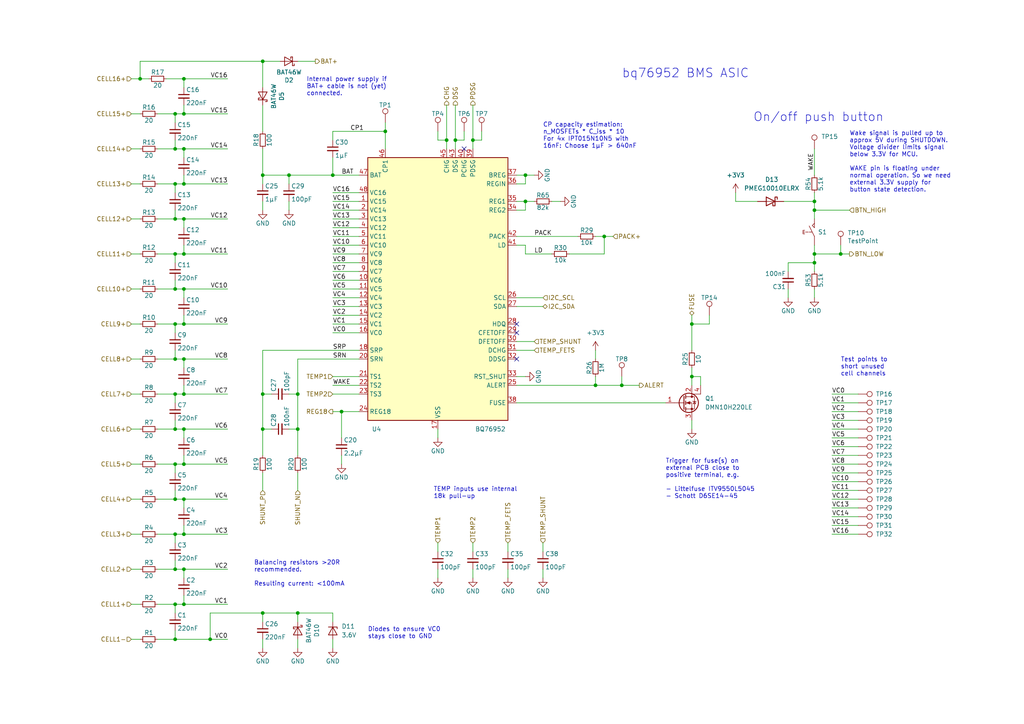
<source format=kicad_sch>
(kicad_sch (version 20230121) (generator eeschema)
  (paper "A4")
  (title_block (title "Libre Solar BMS C1") (date "2023-11-03") (rev "0.4.0") (company "Libre Solar Technologies GmbH") (comment 1 "Website: https://libre.solar") (comment 2 "Author: Martin Jäger") (comment 3 "License: CERN-OHL-W"))
  (junction (at 152.4 58.42))
  (junction (at 76.2 177.8))
  (junction (at 53.34 22.86) (diameter 0.9144))
  (junction (at 50.8 53.34) (diameter 0.9144))
  (junction (at 53.34 134.62) (diameter 0.9144))
  (junction (at 50.8 93.98) (diameter 0.9144))
  (junction (at 50.8 63.5) (diameter 0.9144))
  (junction (at 53.34 83.82) (diameter 0.9144))
  (junction (at 152.4 50.8))
  (junction (at 50.8 114.3) (diameter 0.9144))
  (junction (at 50.8 185.42) (diameter 0.9144))
  (junction (at 50.8 124.46) (diameter 0.9144))
  (junction (at 60.96 185.42) (diameter 0.9144))
  (junction (at 129.54 40.64))
  (junction (at 76.2 50.8) (diameter 0.9144))
  (junction (at 86.36 124.46) (diameter 0.9144))
  (junction (at 76.2 17.78))
  (junction (at 53.34 93.98) (diameter 0.9144))
  (junction (at 76.2 124.46) (diameter 0.9144))
  (junction (at 53.34 104.14) (diameter 0.9144))
  (junction (at 180.34 111.76))
  (junction (at 53.34 53.34) (diameter 0.9144))
  (junction (at 83.82 50.8) (diameter 0.9144))
  (junction (at 172.72 111.76))
  (junction (at 137.16 40.64))
  (junction (at 53.34 63.5) (diameter 0.9144))
  (junction (at 50.8 134.62) (diameter 0.9144))
  (junction (at 175.26 68.58))
  (junction (at 53.34 175.26) (diameter 0.9144))
  (junction (at 53.34 154.94) (diameter 0.9144))
  (junction (at 50.8 165.1) (diameter 0.9144))
  (junction (at 236.22 60.96))
  (junction (at 200.66 109.22))
  (junction (at 86.36 114.3))
  (junction (at 200.66 93.98))
  (junction (at 53.34 124.46) (diameter 0.9144))
  (junction (at 50.8 83.82) (diameter 0.9144))
  (junction (at 50.8 144.78) (diameter 0.9144))
  (junction (at 53.34 43.18) (diameter 0.9144))
  (junction (at 96.52 50.8) (diameter 0.9144))
  (junction (at 86.36 177.8))
  (junction (at 40.64 22.86) (diameter 0.9144))
  (junction (at 50.8 154.94) (diameter 0.9144))
  (junction (at 50.8 104.14) (diameter 0.9144))
  (junction (at 236.22 76.2))
  (junction (at 236.22 73.66) (diameter 0.9144))
  (junction (at 99.06 119.38))
  (junction (at 50.8 175.26) (diameter 0.9144))
  (junction (at 111.76 38.1) (diameter 0.9144))
  (junction (at 243.84 73.66))
  (junction (at 53.34 114.3) (diameter 0.9144))
  (junction (at 132.08 40.64))
  (junction (at 50.8 43.18) (diameter 0.9144))
  (junction (at 50.8 73.66) (diameter 0.9144))
  (junction (at 76.2 114.3) (diameter 0.9144))
  (junction (at 236.22 58.42))
  (junction (at 53.34 144.78) (diameter 0.9144))
  (junction (at 50.8 33.02) (diameter 0.9144))
  (junction (at 53.34 33.02) (diameter 0.9144))
  (junction (at 53.34 73.66) (diameter 0.9144))
  (junction (at 53.34 165.1) (diameter 0.9144))
  (no_connect (at 149.86 93.98))
  (no_connect (at 149.86 104.14))
  (no_connect (at 149.86 96.52))
  (no_connect (at 134.62 43.18))
  (wire (pts (xy 137.16 165.1) (xy 137.16 167.64)))
  (wire (pts (xy 104.14 119.38) (xy 99.06 119.38)))
  (wire (pts (xy 45.72 144.78) (xy 50.8 144.78)))
  (wire (pts (xy 50.8 144.78) (xy 50.8 142.24)))
  (wire (pts (xy 53.34 33.02) (xy 66.04 33.02)))
  (wire (pts (xy 50.8 93.98) (xy 50.8 96.52)))
  (wire (pts (xy 96.52 109.22) (xy 104.14 109.22)))
  (wire (pts (xy 241.3 116.84) (xy 248.92 116.84)))
  (wire (pts (xy 83.82 124.46) (xy 86.36 124.46)))
  (wire (pts (xy 86.36 137.16) (xy 86.36 142.24)))
  (wire (pts (xy 165.1 73.66) (xy 175.26 73.66)))
  (wire (pts (xy 50.8 33.02) (xy 50.8 35.56)))
  (wire (pts (xy 243.84 73.66) (xy 246.38 73.66)))
  (wire (pts (xy 86.36 177.8) (xy 86.36 180.34)))
  (wire (pts (xy 149.86 86.36) (xy 157.48 86.36)))
  (wire (pts (xy 45.72 154.94) (xy 50.8 154.94)))
  (wire (pts (xy 50.8 154.94) (xy 53.34 154.94)))
  (wire (pts (xy 53.34 154.94) (xy 53.34 152.4)))
  (wire (pts (xy 241.3 127) (xy 248.92 127)))
  (wire (pts (xy 213.36 55.88) (xy 213.36 58.42)))
  (wire (pts (xy 45.72 83.82) (xy 50.8 83.82)))
  (wire (pts (xy 50.8 83.82) (xy 50.8 81.28)))
  (wire (pts (xy 157.48 157.48) (xy 157.48 160.02)))
  (wire (pts (xy 45.72 114.3) (xy 50.8 114.3)))
  (wire (pts (xy 50.8 114.3) (xy 53.34 114.3)))
  (wire (pts (xy 53.34 114.3) (xy 53.34 111.76)))
  (wire (pts (xy 96.52 119.38) (xy 99.06 119.38)))
  (wire (pts (xy 160.02 58.42) (xy 162.56 58.42)))
  (wire (pts (xy 139.7 40.64) (xy 137.16 40.64)))
  (wire (pts (xy 241.3 152.4) (xy 248.92 152.4)))
  (wire (pts (xy 45.72 63.5) (xy 50.8 63.5)))
  (wire (pts (xy 50.8 63.5) (xy 50.8 60.96)))
  (wire (pts (xy 86.36 104.14) (xy 86.36 114.3)))
  (wire (pts (xy 104.14 104.14) (xy 86.36 104.14)))
  (wire (pts (xy 241.3 142.24) (xy 248.92 142.24)))
  (wire (pts (xy 96.52 58.42) (xy 104.14 58.42)))
  (wire (pts (xy 53.34 175.26) (xy 66.04 175.26)))
  (wire (pts (xy 96.52 88.9) (xy 104.14 88.9)))
  (wire (pts (xy 53.34 83.82) (xy 66.04 83.82)))
  (wire (pts (xy 200.66 109.22) (xy 203.2 109.22)))
  (wire (pts (xy 152.4 50.8) (xy 154.94 50.8)))
  (wire (pts (xy 53.34 83.82) (xy 50.8 83.82)))
  (wire (pts (xy 53.34 86.36) (xy 53.34 83.82)))
  (wire (pts (xy 40.64 22.86) (xy 40.64 17.78)))
  (wire (pts (xy 38.1 33.02) (xy 40.64 33.02)))
  (wire (pts (xy 53.34 165.1) (xy 66.04 165.1)))
  (wire (pts (xy 200.66 91.44) (xy 200.66 93.98)))
  (wire (pts (xy 241.3 119.38) (xy 248.92 119.38)))
  (wire (pts (xy 236.22 43.18) (xy 236.22 50.8)))
  (wire (pts (xy 96.52 38.1) (xy 111.76 38.1)))
  (wire (pts (xy 96.52 40.64) (xy 96.52 38.1)))
  (wire (pts (xy 111.76 38.1) (xy 111.76 43.18)))
  (wire (pts (xy 50.8 53.34) (xy 50.8 55.88)))
  (wire (pts (xy 180.34 109.22) (xy 180.34 111.76)))
  (wire (pts (xy 38.1 114.3) (xy 40.64 114.3)))
  (wire (pts (xy 96.52 60.96) (xy 104.14 60.96)))
  (wire (pts (xy 241.3 144.78) (xy 248.92 144.78)))
  (wire (pts (xy 172.72 109.22) (xy 172.72 111.76)))
  (wire (pts (xy 127 40.64) (xy 129.54 40.64)))
  (wire (pts (xy 149.86 50.8) (xy 152.4 50.8)))
  (wire (pts (xy 45.72 43.18) (xy 50.8 43.18)))
  (wire (pts (xy 50.8 43.18) (xy 50.8 40.64)))
  (wire (pts (xy 152.4 60.96) (xy 152.4 58.42)))
  (wire (pts (xy 53.34 104.14) (xy 66.04 104.14)))
  (wire (pts (xy 96.52 111.76) (xy 104.14 111.76)))
  (wire (pts (xy 38.1 83.82) (xy 40.64 83.82)))
  (wire (pts (xy 241.3 154.94) (xy 248.92 154.94)))
  (wire (pts (xy 241.3 134.62) (xy 248.92 134.62)))
  (wire (pts (xy 157.48 165.1) (xy 157.48 167.64)))
  (wire (pts (xy 236.22 76.2) (xy 236.22 78.74)))
  (wire (pts (xy 96.52 177.8) (xy 96.52 180.34)))
  (wire (pts (xy 205.74 93.98) (xy 200.66 93.98)))
  (wire (pts (xy 38.1 144.78) (xy 40.64 144.78)))
  (wire (pts (xy 172.72 111.76) (xy 180.34 111.76)))
  (wire (pts (xy 203.2 109.22) (xy 203.2 111.76)))
  (wire (pts (xy 96.52 76.2) (xy 104.14 76.2)))
  (wire (pts (xy 50.8 175.26) (xy 50.8 177.8)))
  (wire (pts (xy 236.22 60.96) (xy 246.38 60.96)))
  (wire (pts (xy 200.66 109.22) (xy 200.66 111.76)))
  (wire (pts (xy 45.72 124.46) (xy 50.8 124.46)))
  (wire (pts (xy 50.8 124.46) (xy 50.8 121.92)))
  (wire (pts (xy 241.3 132.08) (xy 248.92 132.08)))
  (wire (pts (xy 76.2 185.42) (xy 76.2 187.96)))
  (wire (pts (xy 228.6 76.2) (xy 236.22 76.2)))
  (wire (pts (xy 50.8 185.42) (xy 60.96 185.42)))
  (wire (pts (xy 60.96 185.42) (xy 66.04 185.42)))
  (wire (pts (xy 50.8 104.14) (xy 53.34 104.14)))
  (wire (pts (xy 53.34 104.14) (xy 53.34 106.68)))
  (wire (pts (xy 38.1 124.46) (xy 40.64 124.46)))
  (wire (pts (xy 53.34 63.5) (xy 66.04 63.5)))
  (wire (pts (xy 86.36 185.42) (xy 86.36 187.96)))
  (wire (pts (xy 60.96 177.8) (xy 76.2 177.8)))
  (wire (pts (xy 236.22 73.66) (xy 243.84 73.66)))
  (wire (pts (xy 53.34 53.34) (xy 66.04 53.34)))
  (wire (pts (xy 241.3 139.7) (xy 248.92 139.7)))
  (wire (pts (xy 96.52 185.42) (xy 96.52 187.96)))
  (wire (pts (xy 76.2 114.3) (xy 76.2 124.46)))
  (wire (pts (xy 241.3 114.3) (xy 248.92 114.3)))
  (wire (pts (xy 96.52 114.3) (xy 104.14 114.3)))
  (wire (pts (xy 96.52 81.28) (xy 104.14 81.28)))
  (wire (pts (xy 149.86 58.42) (xy 152.4 58.42)))
  (wire (pts (xy 134.62 40.64) (xy 132.08 40.64)))
  (wire (pts (xy 149.86 111.76) (xy 172.72 111.76)))
  (wire (pts (xy 96.52 73.66) (xy 104.14 73.66)))
  (wire (pts (xy 149.86 53.34) (xy 152.4 53.34)))
  (wire (pts (xy 172.72 101.6) (xy 172.72 104.14)))
  (wire (pts (xy 175.26 68.58) (xy 175.26 73.66)))
  (wire (pts (xy 96.52 91.44) (xy 104.14 91.44)))
  (wire (pts (xy 76.2 124.46) (xy 78.74 124.46)))
  (wire (pts (xy 149.86 101.6) (xy 154.94 101.6)))
  (wire (pts (xy 38.1 175.26) (xy 40.64 175.26)))
  (wire (pts (xy 83.82 50.8) (xy 96.52 50.8)))
  (wire (pts (xy 50.8 154.94) (xy 50.8 157.48)))
  (wire (pts (xy 241.3 147.32) (xy 248.92 147.32)))
  (wire (pts (xy 147.32 157.48) (xy 147.32 160.02)))
  (wire (pts (xy 53.34 124.46) (xy 66.04 124.46)))
  (wire (pts (xy 236.22 83.82) (xy 236.22 86.36)))
  (wire (pts (xy 76.2 114.3) (xy 78.74 114.3)))
  (wire (pts (xy 172.72 68.58) (xy 175.26 68.58)))
  (wire (pts (xy 96.52 63.5) (xy 104.14 63.5)))
  (wire (pts (xy 200.66 121.92) (xy 200.66 124.46)))
  (wire (pts (xy 96.52 83.82) (xy 104.14 83.82)))
  (wire (pts (xy 96.52 66.04) (xy 104.14 66.04)))
  (wire (pts (xy 53.34 154.94) (xy 66.04 154.94)))
  (wire (pts (xy 50.8 144.78) (xy 53.34 144.78)))
  (wire (pts (xy 53.34 144.78) (xy 53.34 147.32)))
  (wire (pts (xy 137.16 157.48) (xy 137.16 160.02)))
  (wire (pts (xy 96.52 96.52) (xy 104.14 96.52)))
  (wire (pts (xy 76.2 177.8) (xy 86.36 177.8)))
  (wire (pts (xy 127 165.1) (xy 127 167.64)))
  (wire (pts (xy 152.4 73.66) (xy 160.02 73.66)))
  (wire (pts (xy 40.64 17.78) (xy 76.2 17.78)))
  (wire (pts (xy 76.2 17.78) (xy 76.2 25.4)))
  (wire (pts (xy 241.3 137.16) (xy 248.92 137.16)))
  (wire (pts (xy 50.8 134.62) (xy 50.8 137.16)))
  (wire (pts (xy 99.06 119.38) (xy 99.06 127)))
  (wire (pts (xy 96.52 55.88) (xy 104.14 55.88)))
  (wire (pts (xy 50.8 63.5) (xy 53.34 63.5)))
  (wire (pts (xy 53.34 63.5) (xy 53.34 66.04)))
  (wire (pts (xy 53.34 22.86) (xy 66.04 22.86)))
  (wire (pts (xy 38.1 63.5) (xy 40.64 63.5)))
  (wire (pts (xy 236.22 58.42) (xy 236.22 60.96)))
  (wire (pts (xy 45.72 33.02) (xy 50.8 33.02)))
  (wire (pts (xy 50.8 33.02) (xy 53.34 33.02)))
  (wire (pts (xy 53.34 33.02) (xy 53.34 30.48)))
  (wire (pts (xy 38.1 93.98) (xy 40.64 93.98)))
  (wire (pts (xy 152.4 50.8) (xy 152.4 53.34)))
  (wire (pts (xy 96.52 93.98) (xy 104.14 93.98)))
  (wire (pts (xy 152.4 71.12) (xy 149.86 71.12)))
  (wire (pts (xy 134.62 38.1) (xy 134.62 40.64)))
  (wire (pts (xy 53.34 144.78) (xy 66.04 144.78)))
  (wire (pts (xy 149.86 68.58) (xy 167.64 68.58)))
  (wire (pts (xy 76.2 101.6) (xy 76.2 114.3)))
  (wire (pts (xy 104.14 101.6) (xy 76.2 101.6)))
  (wire (pts (xy 149.86 88.9) (xy 157.48 88.9)))
  (wire (pts (xy 53.34 134.62) (xy 66.04 134.62)))
  (wire (pts (xy 96.52 78.74) (xy 104.14 78.74)))
  (wire (pts (xy 76.2 58.42) (xy 76.2 60.96)))
  (wire (pts (xy 228.6 83.82) (xy 228.6 86.36)))
  (wire (pts (xy 83.82 58.42) (xy 83.82 60.96)))
  (wire (pts (xy 127 157.48) (xy 127 160.02)))
  (wire (pts (xy 76.2 17.78) (xy 81.28 17.78)))
  (wire (pts (xy 45.72 93.98) (xy 50.8 93.98)))
  (wire (pts (xy 50.8 93.98) (xy 53.34 93.98)))
  (wire (pts (xy 53.34 93.98) (xy 53.34 91.44)))
  (wire (pts (xy 180.34 111.76) (xy 185.42 111.76)))
  (wire (pts (xy 241.3 124.46) (xy 248.92 124.46)))
  (wire (pts (xy 38.1 104.14) (xy 40.64 104.14)))
  (wire (pts (xy 76.2 30.48) (xy 76.2 38.1)))
  (wire (pts (xy 86.36 124.46) (xy 86.36 132.08)))
  (wire (pts (xy 38.1 22.86) (xy 40.64 22.86)))
  (wire (pts (xy 40.64 22.86) (xy 43.18 22.86)))
  (wire (pts (xy 200.66 106.68) (xy 200.66 109.22)))
  (wire (pts (xy 132.08 30.48) (xy 132.08 40.64)))
  (wire (pts (xy 137.16 40.64) (xy 137.16 43.18)))
  (wire (pts (xy 38.1 185.42) (xy 40.64 185.42)))
  (wire (pts (xy 149.86 99.06) (xy 154.94 99.06)))
  (wire (pts (xy 139.7 38.1) (xy 139.7 40.64)))
  (wire (pts (xy 45.72 73.66) (xy 50.8 73.66)))
  (wire (pts (xy 50.8 73.66) (xy 53.34 73.66)))
  (wire (pts (xy 53.34 73.66) (xy 53.34 71.12)))
  (wire (pts (xy 236.22 71.12) (xy 236.22 73.66)))
  (wire (pts (xy 53.34 93.98) (xy 66.04 93.98)))
  (wire (pts (xy 50.8 73.66) (xy 50.8 76.2)))
  (wire (pts (xy 50.8 43.18) (xy 53.34 43.18)))
  (wire (pts (xy 53.34 43.18) (xy 53.34 45.72)))
  (wire (pts (xy 152.4 73.66) (xy 152.4 71.12)))
  (wire (pts (xy 86.36 114.3) (xy 86.36 124.46)))
  (wire (pts (xy 48.26 22.86) (xy 53.34 22.86)))
  (wire (pts (xy 53.34 22.86) (xy 53.34 25.4)))
  (wire (pts (xy 38.1 134.62) (xy 40.64 134.62)))
  (wire (pts (xy 127 124.46) (xy 127 127)))
  (wire (pts (xy 76.2 124.46) (xy 76.2 132.08)))
  (wire (pts (xy 129.54 40.64) (xy 129.54 43.18)))
  (wire (pts (xy 38.1 53.34) (xy 40.64 53.34)))
  (wire (pts (xy 83.82 114.3) (xy 86.36 114.3)))
  (wire (pts (xy 241.3 129.54) (xy 248.92 129.54)))
  (wire (pts (xy 152.4 58.42) (xy 154.94 58.42)))
  (wire (pts (xy 205.74 91.44) (xy 205.74 93.98)))
  (wire (pts (xy 127 38.1) (xy 127 40.64)))
  (wire (pts (xy 38.1 73.66) (xy 40.64 73.66)))
  (wire (pts (xy 53.34 73.66) (xy 66.04 73.66)))
  (wire (pts (xy 45.72 53.34) (xy 50.8 53.34)))
  (wire (pts (xy 50.8 53.34) (xy 53.34 53.34)))
  (wire (pts (xy 53.34 53.34) (xy 53.34 50.8)))
  (wire (pts (xy 86.36 177.8) (xy 96.52 177.8)))
  (wire (pts (xy 99.06 132.08) (xy 99.06 134.62)))
  (wire (pts (xy 241.3 121.92) (xy 248.92 121.92)))
  (wire (pts (xy 45.72 185.42) (xy 50.8 185.42)))
  (wire (pts (xy 50.8 185.42) (xy 50.8 182.88)))
  (wire (pts (xy 76.2 180.34) (xy 76.2 177.8)))
  (wire (pts (xy 50.8 124.46) (xy 53.34 124.46)))
  (wire (pts (xy 53.34 124.46) (xy 53.34 127)))
  (wire (pts (xy 236.22 60.96) (xy 236.22 63.5)))
  (wire (pts (xy 243.84 71.12) (xy 243.84 73.66)))
  (wire (pts (xy 50.8 114.3) (xy 50.8 116.84)))
  (wire (pts (xy 149.86 109.22) (xy 152.4 109.22)))
  (wire (pts (xy 147.32 165.1) (xy 147.32 167.64)))
  (wire (pts (xy 45.72 104.14) (xy 50.8 104.14)))
  (wire (pts (xy 50.8 104.14) (xy 50.8 101.6)))
  (wire (pts (xy 76.2 50.8) (xy 83.82 50.8)))
  (wire (pts (xy 76.2 53.34) (xy 76.2 50.8)))
  (wire (pts (xy 83.82 50.8) (xy 83.82 53.34)))
  (wire (pts (xy 149.86 116.84) (xy 193.04 116.84)))
  (wire (pts (xy 96.52 86.36) (xy 104.14 86.36)))
  (wire (pts (xy 241.3 149.86) (xy 248.92 149.86)))
  (wire (pts (xy 53.34 165.1) (xy 50.8 165.1)))
  (wire (pts (xy 53.34 167.64) (xy 53.34 165.1)))
  (wire (pts (xy 60.96 177.8) (xy 60.96 185.42)))
  (wire (pts (xy 45.72 165.1) (xy 50.8 165.1)))
  (wire (pts (xy 50.8 165.1) (xy 50.8 162.56)))
  (wire (pts (xy 111.76 35.56) (xy 111.76 38.1)))
  (wire (pts (xy 45.72 134.62) (xy 50.8 134.62)))
  (wire (pts (xy 50.8 134.62) (xy 53.34 134.62)))
  (wire (pts (xy 53.34 134.62) (xy 53.34 132.08)))
  (wire (pts (xy 76.2 137.16) (xy 76.2 142.24)))
  (wire (pts (xy 132.08 40.64) (xy 132.08 43.18)))
  (wire (pts (xy 228.6 78.74) (xy 228.6 76.2)))
  (wire (pts (xy 96.52 68.58) (xy 104.14 68.58)))
  (wire (pts (xy 76.2 43.18) (xy 76.2 50.8)))
  (wire (pts (xy 38.1 43.18) (xy 40.64 43.18)))
  (wire (pts (xy 137.16 30.48) (xy 137.16 40.64)))
  (wire (pts (xy 200.66 93.98) (xy 200.66 101.6)))
  (wire (pts (xy 129.54 30.48) (xy 129.54 40.64)))
  (wire (pts (xy 38.1 165.1) (xy 40.64 165.1)))
  (wire (pts (xy 213.36 58.42) (xy 219.71 58.42)))
  (wire (pts (xy 38.1 154.94) (xy 40.64 154.94)))
  (wire (pts (xy 45.72 175.26) (xy 50.8 175.26)))
  (wire (pts (xy 50.8 175.26) (xy 53.34 175.26)))
  (wire (pts (xy 53.34 175.26) (xy 53.34 172.72)))
  (wire (pts (xy 96.52 71.12) (xy 104.14 71.12)))
  (wire (pts (xy 227.33 58.42) (xy 236.22 58.42)))
  (wire (pts (xy 236.22 55.88) (xy 236.22 58.42)))
  (wire (pts (xy 149.86 60.96) (xy 152.4 60.96)))
  (wire (pts (xy 96.52 50.8) (xy 96.52 45.72)))
  (wire (pts (xy 104.14 50.8) (xy 96.52 50.8)))
  (wire (pts (xy 86.36 17.78) (xy 91.44 17.78)))
  (wire (pts (xy 175.26 68.58) (xy 177.8 68.58)))
  (wire (pts (xy 53.34 43.18) (xy 66.04 43.18)))
  (wire (pts (xy 53.34 114.3) (xy 66.04 114.3)))
  (wire (pts (xy 236.22 73.66) (xy 236.22 76.2)))
  (text "TEMP inputs use internal\n18k pull-up" (at 125.73 144.78 0) (effects (font (size 1.27 1.27)) (justify left bottom)))
  (text "CP capacity estimation:\nn_MOSFETs * C_iss * 10\nFor 4x IPT015N10N5 with\n16nF: Choose 1µF > 640nF\n" (at 157.48 43.18 0) (effects (font (size 1.27 1.27)) (justify left bottom)))
  (text "bq76952 BMS ASIC" (at 180.34 22.86 0) (effects (font (size 2.54 2.54)) (justify left bottom)))
  (text "Wake signal is pulled up to\napprox 5V during SHUTDOWN.\nVoltage divider limits signal\nbelow 3.3V for MCU.\n\nWAKE pin is floating under\nnormal operation. So we need\nexternal 3.3V supply for\nbutton state detection." (at 246.38 55.88 0) (effects (font (size 1.27 1.27)) (justify left bottom)))
  (text "On/off push button" (at 218.44 35.56 0) (effects (font (size 2.54 2.54)) (justify left bottom)))
  (text "Trigger for fuse(s) on\nexternal PCB close to \npositive terminal, e.g.\n\n- Littelfuse ITV9550L5045\n- Schott D6SE14-45\n" (at 193.04 144.78 0) (effects (font (size 1.27 1.27)) (justify left bottom)))
  (text "Balancing resistors >20R\nrecommended.\n\nResulting current: <100mA" (at 73.66 170.18 0) (effects (font (size 1.27 1.27)) (justify left bottom)))
  (text "Test points to\nshort unused\ncell channels" (at 243.84 109.22 0) (effects (font (size 1.27 1.27)) (justify left bottom)))
  (text "Internal power supply if\nBAT+ cable is not (yet)\nconnected." (at 88.9 27.94 0) (effects (font (size 1.27 1.27)) (justify left bottom)))
  (text "Diodes to ensure VC0\nstays close to GND" (at 106.68 185.42 0) (effects (font (size 1.27 1.27)) (justify left bottom)))
  (label "SRN" (at 96.52 104.14 0))
  (label "VC13" (at 96.52 63.5 0))
  (label "VC5" (at 66.04 134.62 180))
  (label "VC8" (at 96.52 76.2 0))
  (label "VC14" (at 96.52 60.96 0))
  (label "PACK" (at 154.94 68.58 0))
  (label "VC13" (at 241.3 147.32 0))
  (label "VC6" (at 66.04 124.46 180))
  (label "VC10" (at 66.04 83.82 180))
  (label "VC11" (at 66.04 73.66 180))
  (label "VC15" (at 241.3 152.4 0))
  (label "VC12" (at 66.04 63.5 180))
  (label "VC12" (at 241.3 144.78 0))
  (label "VC7" (at 241.3 132.08 0))
  (label "VC9" (at 96.52 73.66 0))
  (label "VC2" (at 66.04 165.1 180))
  (label "SRP" (at 96.52 101.6 0))
  (label "VC2" (at 241.3 119.38 0))
  (label "WAKE" (at 236.22 49.53 90))
  (label "VC8" (at 66.04 104.14 180))
  (label "VC9" (at 241.3 137.16 0))
  (label "VC1" (at 96.52 93.98 0))
  (label "VC3" (at 96.52 88.9 0))
  (label "VC6" (at 241.3 129.54 0))
  (label "VC16" (at 66.04 22.86 180))
  (label "VC12" (at 96.52 66.04 0))
  (label "VC0" (at 241.3 114.3 0))
  (label "CP1" (at 101.6 38.1 0))
  (label "WAKE" (at 96.52 111.76 0))
  (label "VC1" (at 241.3 116.84 0))
  (label "VC0" (at 66.04 185.42 180))
  (label "VC0" (at 96.52 96.52 0))
  (label "VC3" (at 241.3 121.92 0))
  (label "VC10" (at 96.52 71.12 0))
  (label "VC2" (at 96.52 91.44 0))
  (label "VC14" (at 66.04 43.18 180))
  (label "VC4" (at 66.04 144.78 180))
  (label "VC16" (at 241.3 154.94 0))
  (label "VC8" (at 241.3 134.62 0))
  (label "VC11" (at 96.52 68.58 0))
  (label "VC5" (at 241.3 127 0))
  (label "LD" (at 154.94 73.66 0))
  (label "BAT" (at 99.06 50.8 0))
  (label "VC1" (at 66.04 175.26 180))
  (label "VC15" (at 96.52 58.42 0))
  (label "VC4" (at 241.3 124.46 0))
  (label "VC13" (at 66.04 53.34 180))
  (label "VC10" (at 241.3 139.7 0))
  (label "VC14" (at 241.3 149.86 0))
  (label "VC7" (at 96.52 78.74 0))
  (label "VC3" (at 66.04 154.94 180))
  (label "VC5" (at 96.52 83.82 0))
  (label "VC9" (at 66.04 93.98 180))
  (label "VC4" (at 96.52 86.36 0))
  (label "VC6" (at 96.52 81.28 0))
  (label "VC11" (at 241.3 142.24 0))
  (label "VC15" (at 66.04 33.02 180))
  (label "VC7" (at 66.04 114.3 180))
  (label "VC16" (at 96.52 55.88 0))
  (hierarchical_label "CELL5+" (shape input) (at 38.1 134.62 180))
  (hierarchical_label "CELL9+" (shape input) (at 38.1 93.98 180))
  (hierarchical_label "CELL11+" (shape input) (at 38.1 73.66 180))
  (hierarchical_label "PDSG" (shape output) (at 137.16 30.48 90))
  (hierarchical_label "TEMP_FETS" (shape input) (at 147.32 157.48 90))
  (hierarchical_label "TEMP_FETS" (shape input) (at 154.94 101.6 0))
  (hierarchical_label "REG18" (shape output) (at 96.52 119.38 180))
  (hierarchical_label "CELL13+" (shape input) (at 38.1 53.34 180))
  (hierarchical_label "CELL4+" (shape input) (at 38.1 144.78 180))
  (hierarchical_label "CELL16+" (shape input) (at 38.1 22.86 180))
  (hierarchical_label "TEMP2" (shape input) (at 96.52 114.3 180))
  (hierarchical_label "CHG" (shape output) (at 129.54 30.48 90))
  (hierarchical_label "TEMP_SHUNT" (shape input) (at 154.94 99.06 0))
  (hierarchical_label "CELL8+" (shape input) (at 38.1 104.14 180))
  (hierarchical_label "CELL15+" (shape input) (at 38.1 33.02 180))
  (hierarchical_label "CELL1-" (shape input) (at 38.1 185.42 180))
  (hierarchical_label "BAT+" (shape output) (at 91.44 17.78 0))
  (hierarchical_label "CELL10+" (shape input) (at 38.1 83.82 180))
  (hierarchical_label "TEMP2" (shape input) (at 137.16 157.48 90))
  (hierarchical_label "FUSE" (shape bidirectional) (at 200.66 91.44 90))
  (hierarchical_label "SHUNT_P" (shape input) (at 76.2 142.24 270))
  (hierarchical_label "CELL7+" (shape input) (at 38.1 114.3 180))
  (hierarchical_label "CELL6+" (shape input) (at 38.1 124.46 180))
  (hierarchical_label "ALERT" (shape output) (at 185.42 111.76 0))
  (hierarchical_label "PACK+" (shape input) (at 177.8 68.58 0))
  (hierarchical_label "CELL1+" (shape input) (at 38.1 175.26 180))
  (hierarchical_label "I2C_SCL" (shape input) (at 157.48 86.36 0))
  (hierarchical_label "DSG" (shape output) (at 132.08 30.48 90))
  (hierarchical_label "CELL14+" (shape input) (at 38.1 43.18 180))
  (hierarchical_label "BTN_LOW" (shape output) (at 246.38 73.66 0))
  (hierarchical_label "CELL2+" (shape input) (at 38.1 165.1 180))
  (hierarchical_label "SHUNT_N" (shape input) (at 86.36 142.24 270))
  (hierarchical_label "BTN_HIGH" (shape input) (at 246.38 60.96 0))
  (hierarchical_label "CELL12+" (shape input) (at 38.1 63.5 180))
  (hierarchical_label "CELL3+" (shape input) (at 38.1 154.94 180))
  (hierarchical_label "I2C_SDA" (shape bidirectional) (at 157.48 88.9 0))
  (hierarchical_label "TEMP_SHUNT" (shape input) (at 157.48 157.48 90))
  (hierarchical_label "TEMP1" (shape input) (at 96.52 109.22 180))
  (hierarchical_label "TEMP1" (shape input) (at 127 157.48 90))
  (symbol (lib_id "LibreSolar:C") (at 81.28 114.3 90) (unit 1)
    (property "Reference" "C27" (at 79.375 113.665 0) (effects (justify left)))
    (property "Value" "100pF" (at 83.185 113.665 0) (effects (justify left)))
    (property "Footprint" "LibreSolar:C_0603_1608" (effects hide))
    (property "Manufacturer" "any" (effects hide))
    (property "Remarks" "100V, C0G/NP0" (effects hide))
  )
  (symbol (lib_id "LibreSolar:R") (at 43.18 185.42 90) (mirror x) (unit 1)
    (property "Reference" "R1" (at 43.18 183.515 90))
    (property "Value" "20" (at 43.18 187.325 90))
    (property "Footprint" "LibreSolar:R_2010_5025" (effects hide))
    (property "Manufacturer" "Yageo" (effects hide))
    (property "PartNumber" "RC2010JK-0720RL" (effects hide))
  )
  (symbol (lib_id "LibreSolar:C") (at 50.8 180.34 0) (unit 1)
    (property "Reference" "C1" (at 51.435 178.435 0) (effects (justify left)))
    (property "Value" "220nF" (at 51.435 182.245 0) (effects (justify left)))
    (property "Footprint" "LibreSolar:C_0603_1608" (effects hide))
    (property "Manufacturer" "any" (effects hide))
  )
  (symbol (lib_id "LibreSolar:SW_PUSH") (at 236.22 67.31 90) (unit 1)
    (property "Reference" "S1" (at 237.236 67.31 90) (effects (justify right)))
    (property "Value" "SW_PUSH" (effects hide))
    (property "Footprint" "Button_Switch_SMD:SW_SPST_TL3305A" (effects hide))
    (property "Manufacturer" "E-Switch" (effects hide))
    (property "PartNumber" "TL3305AF160QG" (effects hide))
  )
  (symbol (lib_id "LibreSolar:R") (at 236.22 53.34 0) (mirror x) (unit 1)
    (property "Reference" "R54" (at 234.442 53.34 90))
    (property "Value" "5.1k" (at 237.998 53.34 90))
    (property "Footprint" "LibreSolar:R_0603_1608" (effects hide))
    (property "Manufacturer" "any" (effects hide))
  )
  (symbol (lib_id "LibreSolar:R") (at 236.22 81.28 0) (mirror x) (unit 1)
    (property "Reference" "R53" (at 234.442 81.28 90))
    (property "Value" "5.1k" (at 237.998 81.28 90))
    (property "Footprint" "LibreSolar:R_0603_1608" (effects hide))
    (property "Manufacturer" "any" (effects hide))
  )
  (symbol (lib_id "power:GND") (at 127 167.64 0) (unit 1)
    (property "Reference" "#PWR0109" (effects hide))
    (property "Value" "GND" (at 127 171.45 0))
  )
  (symbol (lib_id "LibreSolar:D_Schottky") (at 76.2 27.94 90) (unit 1)
    (property "Reference" "D5" (at 81.6864 27.94 0))
    (property "Value" "BAT46W" (at 79.375 27.94 0))
    (property "Footprint" "LibreSolar:D_SOD-123" (effects hide))
    (property "Manufacturer" "Diodes Incorporated" (effects hide))
    (property "PartNumber" "BAT46W-7-F" (effects hide))
    (property "Remarks" "Alternative: MCC BAT46WHE3-TP" (effects hide))
  )
  (symbol (lib_id "power:GND") (at 76.2 187.96 0) (unit 1)
    (property "Reference" "#PWR013" (effects hide))
    (property "Value" "GND" (at 76.2 191.77 0))
  )
  (symbol (lib_id "LibreSolar:R") (at 162.56 73.66 90) (mirror x) (unit 1)
    (property "Reference" "R30" (at 162.56 71.882 90))
    (property "Value" "10k" (at 162.56 75.438 90))
    (property "Footprint" "LibreSolar:R_0603_1608" (effects hide))
    (property "Manufacturer" "any" (effects hide))
  )
  (symbol (lib_id "Connector:TestPoint") (at 134.62 38.1 0) (mirror y) (unit 1)
    (property "Reference" "TP6" (at 134.62 33.02 0))
    (property "Value" "TestPoint" (effects hide))
    (property "Footprint" "TestPoint:TestPoint_Pad_D1.5mm" (effects hide))
  )
  (symbol (lib_id "LibreSolar:C") (at 50.8 38.1 0) (unit 1)
    (property "Reference" "C15" (at 51.435 36.195 0) (effects (justify left)))
    (property "Value" "220nF" (at 51.435 40.005 0) (effects (justify left)))
    (property "Footprint" "LibreSolar:C_0603_1608" (effects hide))
    (property "Manufacturer" "any" (effects hide))
  )
  (symbol (lib_id "LibreSolar:R") (at 43.18 114.3 90) (mirror x) (unit 1)
    (property "Reference" "R8" (at 43.18 112.395 90))
    (property "Value" "20" (at 43.18 116.205 90))
    (property "Footprint" "LibreSolar:R_2010_5025" (effects hide))
    (property "Manufacturer" "Yageo" (effects hide))
    (property "PartNumber" "RC2010JK-0720RL" (effects hide))
  )
  (symbol (lib_id "LibreSolar:C") (at 50.8 78.74 0) (unit 1)
    (property "Reference" "C11" (at 51.435 76.835 0) (effects (justify left)))
    (property "Value" "220nF" (at 51.435 80.645 0) (effects (justify left)))
    (property "Footprint" "LibreSolar:C_0603_1608" (effects hide))
    (property "Manufacturer" "any" (effects hide))
  )
  (symbol (lib_id "Connector:TestPoint") (at 180.34 109.22 0) (unit 1)
    (property "Reference" "TP8" (at 180.34 104.14 0))
    (property "Value" "TestPoint" (effects hide))
    (property "Footprint" "TestPoint:TestPoint_Pad_D1.5mm" (effects hide))
  )
  (symbol (lib_id "LibreSolar:R") (at 43.18 175.26 90) (mirror x) (unit 1)
    (property "Reference" "R2" (at 43.18 173.355 90))
    (property "Value" "20" (at 43.18 177.165 90))
    (property "Footprint" "LibreSolar:R_2010_5025" (effects hide))
    (property "Manufacturer" "Yageo" (effects hide))
    (property "PartNumber" "RC2010JK-0720RL" (effects hide))
  )
  (symbol (lib_id "LibreSolar:C") (at 53.34 48.26 0) (unit 1)
    (property "Reference" "C14" (at 53.975 46.355 0) (effects (justify left)))
    (property "Value" "220nF" (at 53.975 50.165 0) (effects (justify left)))
    (property "Footprint" "LibreSolar:C_0603_1608" (effects hide))
    (property "Manufacturer" "any" (effects hide))
  )
  (symbol (lib_id "power:GND") (at 154.94 50.8 90) (unit 1)
    (property "Reference" "#PWR0101" (effects hide))
    (property "Value" "GND" (at 158.75 50.8 0))
  )
  (symbol (lib_id "LibreSolar:C") (at 53.34 68.58 0) (unit 1)
    (property "Reference" "C12" (at 53.975 66.675 0) (effects (justify left)))
    (property "Value" "220nF" (at 53.975 70.485 0) (effects (justify left)))
    (property "Footprint" "LibreSolar:C_0603_1608" (effects hide))
    (property "Manufacturer" "any" (effects hide))
  )
  (symbol (lib_id "LibreSolar:C") (at 53.34 129.54 0) (unit 1)
    (property "Reference" "C6" (at 53.975 127.635 0) (effects (justify left)))
    (property "Value" "220nF" (at 53.975 131.445 0) (effects (justify left)))
    (property "Footprint" "LibreSolar:C_0603_1608" (effects hide))
    (property "Manufacturer" "any" (effects hide))
  )
  (symbol (lib_id "LibreSolar:R") (at 76.2 134.62 0) (mirror x) (unit 1)
    (property "Reference" "R19" (at 74.295 134.62 90))
    (property "Value" "100" (at 78.105 134.62 90))
    (property "Footprint" "LibreSolar:R_0603_1608" (effects hide))
    (property "Manufacturer" "any" (effects hide))
  )
  (symbol (lib_id "Connector:TestPoint") (at 111.76 35.56 0) (unit 1)
    (property "Reference" "TP1" (at 111.76 30.48 0))
    (property "Value" "TestPoint" (effects hide))
    (property "Footprint" "TestPoint:TestPoint_Pad_D1.5mm" (effects hide))
  )
  (symbol (lib_id "power:GND") (at 86.36 187.96 0) (unit 1)
    (property "Reference" "#PWR0157" (effects hide))
    (property "Value" "GND" (at 86.36 191.77 0))
  )
  (symbol (lib_id "Connector:TestPoint") (at 248.92 119.38 270) (mirror x) (unit 1)
    (property "Reference" "TP18" (at 254 119.3801 90) (effects (justify left)))
    (property "Value" "TestPoint" (effects hide))
    (property "Footprint" "TestPoint:TestPoint_Pad_1.0x1.0mm" (effects hide))
  )
  (symbol (lib_id "LibreSolar:R") (at 43.18 93.98 90) (mirror x) (unit 1)
    (property "Reference" "R10" (at 43.18 92.075 90))
    (property "Value" "20" (at 43.18 95.885 90))
    (property "Footprint" "LibreSolar:R_2010_5025" (effects hide))
    (property "Manufacturer" "Yageo" (effects hide))
    (property "PartNumber" "RC2010JK-0720RL" (effects hide))
  )
  (symbol (lib_id "LibreSolar:R") (at 157.48 58.42 90) (mirror x) (unit 1)
    (property "Reference" "R65" (at 157.48 56.642 90))
    (property "Value" "82k" (at 157.48 60.198 90))
    (property "Footprint" "LibreSolar:R_0603_1608" (effects hide))
    (property "Manufacturer" "any" (effects hide))
  )
  (symbol (lib_id "Connector:TestPoint") (at 139.7 38.1 0) (unit 1)
    (property "Reference" "TP7" (at 139.7 33.02 0))
    (property "Value" "TestPoint" (effects hide))
    (property "Footprint" "TestPoint:TestPoint_Pad_D1.5mm" (effects hide))
  )
  (symbol (lib_id "Connector:TestPoint") (at 248.92 124.46 270) (mirror x) (unit 1)
    (property "Reference" "TP20" (at 254 124.4601 90) (effects (justify left)))
    (property "Value" "TestPoint" (effects hide))
    (property "Footprint" "TestPoint:TestPoint_Pad_1.0x1.0mm" (effects hide))
  )
  (symbol (lib_id "Connector:TestPoint") (at 248.92 154.94 270) (mirror x) (unit 1)
    (property "Reference" "TP32" (at 254 154.9401 90) (effects (justify left)))
    (property "Value" "TestPoint" (effects hide))
    (property "Footprint" "TestPoint:TestPoint_Pad_1.0x1.0mm" (effects hide))
  )
  (symbol (lib_id "LibreSolar:C") (at 76.2 55.88 0) (unit 1)
    (property "Reference" "C25" (at 76.835 53.975 0) (effects (justify left)))
    (property "Value" "1µF" (at 76.835 57.785 0) (effects (justify left)))
    (property "Footprint" "LibreSolar:C_1206_3216" (effects hide))
    (property "Manufacturer" "any" (effects hide))
    (property "Remarks" "100V, X7R" (effects hide))
  )
  (symbol (lib_id "power:GND") (at 152.4 109.22 90) (unit 1)
    (property "Reference" "#PWR0118" (effects hide))
    (property "Value" "GND" (at 156.21 109.22 0))
  )
  (symbol (lib_id "Connector:TestPoint") (at 248.92 114.3 270) (mirror x) (unit 1)
    (property "Reference" "TP16" (at 254 114.3001 90) (effects (justify left)))
    (property "Value" "TestPoint" (effects hide))
    (property "Footprint" "TestPoint:TestPoint_Pad_1.0x1.0mm" (effects hide))
  )
  (symbol (lib_id "LibreSolar:R") (at 45.72 22.86 90) (mirror x) (unit 1)
    (property "Reference" "R17" (at 45.72 20.955 90))
    (property "Value" "20" (at 45.72 24.765 90))
    (property "Footprint" "LibreSolar:R_2010_5025" (effects hide))
    (property "Manufacturer" "Yageo" (effects hide))
    (property "PartNumber" "RC2010JK-0720RL" (effects hide))
  )
  (symbol (lib_id "LibreSolar:C") (at 50.8 139.7 0) (unit 1)
    (property "Reference" "C5" (at 51.435 137.795 0) (effects (justify left)))
    (property "Value" "220nF" (at 51.435 141.605 0) (effects (justify left)))
    (property "Footprint" "LibreSolar:C_0603_1608" (effects hide))
    (property "Manufacturer" "any" (effects hide))
  )
  (symbol (lib_id "Connector:TestPoint") (at 248.92 127 270) (mirror x) (unit 1)
    (property "Reference" "TP21" (at 254 127.0001 90) (effects (justify left)))
    (property "Value" "TestPoint" (effects hide))
    (property "Footprint" "TestPoint:TestPoint_Pad_1.0x1.0mm" (effects hide))
  )
  (symbol (lib_id "power:GND") (at 147.32 167.64 0) (unit 1)
    (property "Reference" "#PWR03" (effects hide))
    (property "Value" "GND" (at 147.32 171.45 0))
  )
  (symbol (lib_id "LibreSolar:D_Schottky") (at 86.36 182.88 90) (mirror x) (unit 1)
    (property "Reference" "D10" (at 91.8464 182.88 0))
    (property "Value" "BAT46W" (at 89.535 182.88 0))
    (property "Footprint" "LibreSolar:D_SOD-123" (effects hide))
    (property "Manufacturer" "Diodes Incorporated" (effects hide))
    (property "PartNumber" "BAT46W-7-F" (effects hide))
    (property "Remarks" "Alternative: MCC BAT46WHE3-TP" (effects hide))
  )
  (symbol (lib_id "power:GND") (at 99.06 134.62 0) (unit 1)
    (property "Reference" "#PWR0136" (effects hide))
    (property "Value" "GND" (at 99.06 138.43 0))
  )
  (symbol (lib_id "Connector:TestPoint") (at 248.92 116.84 270) (mirror x) (unit 1)
    (property "Reference" "TP17" (at 254 116.8401 90) (effects (justify left)))
    (property "Value" "TestPoint" (effects hide))
    (property "Footprint" "TestPoint:TestPoint_Pad_1.0x1.0mm" (effects hide))
  )
  (symbol (lib_id "LibreSolar:R") (at 43.18 104.14 90) (mirror x) (unit 1)
    (property "Reference" "R9" (at 43.18 102.235 90))
    (property "Value" "20" (at 43.18 106.045 90))
    (property "Footprint" "LibreSolar:R_2010_5025" (effects hide))
    (property "Manufacturer" "Yageo" (effects hide))
    (property "PartNumber" "RC2010JK-0720RL" (effects hide))
  )
  (symbol (lib_id "LibreSolar:D_Schottky") (at 83.82 17.78 0) (mirror y) (unit 1)
    (property "Reference" "D2" (at 83.82 23.2664 0))
    (property "Value" "BAT46W" (at 83.82 20.955 0))
    (property "Footprint" "LibreSolar:D_SOD-123" (effects hide))
    (property "Manufacturer" "Diodes Incorporated" (effects hide))
    (property "PartNumber" "BAT46W-7-F" (effects hide))
    (property "Remarks" "Alternative: MCC BAT46WHE3-TP" (effects hide))
  )
  (symbol (lib_id "LibreSolar:C") (at 228.6 81.28 180) (unit 1)
    (property "Reference" "C31" (at 227.965 83.185 0) (effects (justify left)))
    (property "Value" "100nF" (at 227.965 79.375 0) (effects (justify left)))
    (property "Footprint" "LibreSolar:C_0603_1608" (effects hide))
    (property "Manufacturer" "any" (effects hide))
    (property "Remarks" "X7R, 100V" (effects hide))
  )
  (symbol (lib_id "LibreSolar:R") (at 172.72 106.68 0) (mirror x) (unit 1)
    (property "Reference" "R26" (at 170.942 106.68 90))
    (property "Value" "1M" (at 174.498 106.68 90))
    (property "Footprint" "LibreSolar:R_0603_1608" (effects hide))
    (property "Manufacturer" "any" (effects hide))
  )
  (symbol (lib_id "Connector:TestPoint") (at 248.92 121.92 270) (mirror x) (unit 1)
    (property "Reference" "TP19" (at 254 121.9201 90) (effects (justify left)))
    (property "Value" "TestPoint" (effects hide))
    (property "Footprint" "TestPoint:TestPoint_Pad_1.0x1.0mm" (effects hide))
  )
  (symbol (lib_id "LibreSolar:D_Zener") (at 96.52 182.88 270) (unit 1)
    (property "Reference" "D11" (at 99.06 181.6607 90) (effects (justify left)))
    (property "Value" "3.6V" (at 99.06 184.2007 90) (effects (justify left)))
    (property "Footprint" "LibreSolar:D_SOD-123" (effects hide))
    (property "Manufacturer" "onsemi" (effects hide))
    (property "PartNumber" "MMSZ4685T1G" (effects hide))
  )
  (symbol (lib_id "Connector:TestPoint") (at 248.92 134.62 270) (mirror x) (unit 1)
    (property "Reference" "TP24" (at 254 134.6201 90) (effects (justify left)))
    (property "Value" "TestPoint" (effects hide))
    (property "Footprint" "TestPoint:TestPoint_Pad_1.0x1.0mm" (effects hide))
  )
  (symbol (lib_id "LibreSolar:C") (at 137.16 162.56 0) (unit 1)
    (property "Reference" "C33" (at 137.795 160.655 0) (effects (justify left)))
    (property "Value" "100pF" (at 137.795 164.465 0) (effects (justify left)))
    (property "Footprint" "LibreSolar:C_0603_1608" (effects hide))
    (property "Manufacturer" "any" (effects hide))
    (property "Remarks" "100V, C0G/NP0" (effects hide))
  )
  (symbol (lib_id "power:+3V3") (at 172.72 101.6 0) (unit 1)
    (property "Reference" "#PWR0137" (effects hide))
    (property "Value" "+3V3" (at 172.72 96.52 0))
  )
  (symbol (lib_id "LibreSolar:C") (at 53.34 109.22 0) (unit 1)
    (property "Reference" "C8" (at 53.975 107.315 0) (effects (justify left)))
    (property "Value" "220nF" (at 53.975 111.125 0) (effects (justify left)))
    (property "Footprint" "LibreSolar:C_0603_1608" (effects hide))
    (property "Manufacturer" "any" (effects hide))
  )
  (symbol (lib_id "Connector:TestPoint") (at 236.22 43.18 0) (unit 1)
    (property "Reference" "TP15" (at 238.2012 39.624 0) (effects (justify left)))
    (property "Value" "TestPoint" (effects hide))
    (property "Footprint" "TestPoint:TestPoint_Pad_D1.5mm" (effects hide))
  )
  (symbol (lib_id "LibreSolar:C") (at 50.8 160.02 0) (unit 1)
    (property "Reference" "C3" (at 51.435 158.115 0) (effects (justify left)))
    (property "Value" "220nF" (at 51.435 161.925 0) (effects (justify left)))
    (property "Footprint" "LibreSolar:C_0603_1608" (effects hide))
    (property "Manufacturer" "any" (effects hide))
  )
  (symbol (lib_id "LibreSolar:R") (at 43.18 124.46 90) (mirror x) (unit 1)
    (property "Reference" "R7" (at 43.18 122.555 90))
    (property "Value" "20" (at 43.18 126.365 90))
    (property "Footprint" "LibreSolar:R_2010_5025" (effects hide))
    (property "Manufacturer" "Yageo" (effects hide))
    (property "PartNumber" "RC2010JK-0720RL" (effects hide))
  )
  (symbol (lib_id "Connector:TestPoint") (at 248.92 139.7 270) (mirror x) (unit 1)
    (property "Reference" "TP26" (at 254 139.7001 90) (effects (justify left)))
    (property "Value" "TestPoint" (effects hide))
    (property "Footprint" "TestPoint:TestPoint_Pad_1.0x1.0mm" (effects hide))
  )
  (symbol (lib_id "power:GND") (at 83.82 60.96 0) (unit 1)
    (property "Reference" "#PWR0104" (effects hide))
    (property "Value" "GND" (at 83.82 64.77 0))
  )
  (symbol (lib_id "power:GND") (at 236.22 86.36 0) (unit 1)
    (property "Reference" "#PWR0134" (effects hide))
    (property "Value" "GND" (at 236.22 90.17 0))
  )
  (symbol (lib_id "Connector:TestPoint") (at 248.92 132.08 270) (mirror x) (unit 1)
    (property "Reference" "TP23" (at 254 132.0801 90) (effects (justify left)))
    (property "Value" "TestPoint" (effects hide))
    (property "Footprint" "TestPoint:TestPoint_Pad_1.0x1.0mm" (effects hide))
  )
  (symbol (lib_id "Connector:TestPoint") (at 248.92 129.54 270) (mirror x) (unit 1)
    (property "Reference" "TP22" (at 254 129.5401 90) (effects (justify left)))
    (property "Value" "TestPoint" (effects hide))
    (property "Footprint" "TestPoint:TestPoint_Pad_1.0x1.0mm" (effects hide))
  )
  (symbol (lib_id "LibreSolar:C") (at 157.48 162.56 0) (unit 1)
    (property "Reference" "C38" (at 158.115 160.655 0) (effects (justify left)))
    (property "Value" "100pF" (at 158.115 164.465 0) (effects (justify left)))
    (property "Footprint" "LibreSolar:C_0603_1608" (effects hide))
    (property "Manufacturer" "any" (effects hide))
    (property "Remarks" "100V, C0G/NP0" (effects hide))
  )
  (symbol (lib_id "LibreSolar:C") (at 53.34 149.86 0) (unit 1)
    (property "Reference" "C4" (at 53.975 147.955 0) (effects (justify left)))
    (property "Value" "220nF" (at 53.975 151.765 0) (effects (justify left)))
    (property "Footprint" "LibreSolar:C_0603_1608" (effects hide))
    (property "Manufacturer" "any" (effects hide))
  )
  (symbol (lib_id "Connector:TestPoint") (at 248.92 152.4 270) (mirror x) (unit 1)
    (property "Reference" "TP31" (at 254 152.4001 90) (effects (justify left)))
    (property "Value" "TestPoint" (effects hide))
    (property "Footprint" "TestPoint:TestPoint_Pad_1.0x1.0mm" (effects hide))
  )
  (symbol (lib_id "Connector:TestPoint") (at 243.84 71.12 0) (unit 1)
    (property "Reference" "TP10" (at 245.8212 67.564 0) (effects (justify left)))
    (property "Value" "TestPoint" (at 245.8212 69.8754 0) (effects (justify left)))
    (property "Footprint" "TestPoint:TestPoint_Pad_D1.5mm" (effects hide))
  )
  (symbol (lib_id "LibreSolar:C") (at 53.34 27.94 0) (unit 1)
    (property "Reference" "C16" (at 53.975 26.035 0) (effects (justify left)))
    (property "Value" "220nF" (at 53.975 29.845 0) (effects (justify left)))
    (property "Footprint" "LibreSolar:C_0603_1608" (effects hide))
    (property "Manufacturer" "any" (effects hide))
  )
  (symbol (lib_id "Connector:TestPoint") (at 127 38.1 0) (mirror y) (unit 1)
    (property "Reference" "TP4" (at 127 33.02 0))
    (property "Value" "TestPoint" (effects hide))
    (property "Footprint" "TestPoint:TestPoint_Pad_D1.5mm" (effects hide))
  )
  (symbol (lib_id "power:+3V3") (at 213.36 55.88 0) (mirror y) (unit 1)
    (property "Reference" "#PWR0124" (effects hide))
    (property "Value" "+3V3" (at 213.36 50.8 0))
  )
  (symbol (lib_id "Connector:TestPoint") (at 248.92 137.16 270) (mirror x) (unit 1)
    (property "Reference" "TP25" (at 254 137.1601 90) (effects (justify left)))
    (property "Value" "TestPoint" (effects hide))
    (property "Footprint" "TestPoint:TestPoint_Pad_1.0x1.0mm" (effects hide))
  )
  (symbol (lib_id "Connector:TestPoint") (at 248.92 149.86 270) (mirror x) (unit 1)
    (property "Reference" "TP30" (at 254 149.8601 90) (effects (justify left)))
    (property "Value" "TestPoint" (effects hide))
    (property "Footprint" "TestPoint:TestPoint_Pad_1.0x1.0mm" (effects hide))
  )
  (symbol (lib_id "LibreSolar:C") (at 147.32 162.56 0) (unit 1)
    (property "Reference" "C35" (at 147.955 160.655 0) (effects (justify left)))
    (property "Value" "100pF" (at 147.955 164.465 0) (effects (justify left)))
    (property "Footprint" "LibreSolar:C_0603_1608" (effects hide))
    (property "Manufacturer" "any" (effects hide))
    (property "Remarks" "100V, C0G/NP0" (effects hide))
  )
  (symbol (lib_id "LibreSolar:C") (at 127 162.56 0) (unit 1)
    (property "Reference" "C32" (at 127.635 160.655 0) (effects (justify left)))
    (property "Value" "100pF" (at 127.635 164.465 0) (effects (justify left)))
    (property "Footprint" "LibreSolar:C_0603_1608" (effects hide))
    (property "Manufacturer" "any" (effects hide))
    (property "Remarks" "100V, C0G/NP0" (effects hide))
  )
  (symbol (lib_id "power:GND") (at 76.2 60.96 0) (unit 1)
    (property "Reference" "#PWR0103" (effects hide))
    (property "Value" "GND" (at 76.2 64.77 0))
  )
  (symbol (lib_id "LibreSolar:C") (at 53.34 88.9 0) (unit 1)
    (property "Reference" "C10" (at 53.975 86.995 0) (effects (justify left)))
    (property "Value" "220nF" (at 53.975 90.805 0) (effects (justify left)))
    (property "Footprint" "LibreSolar:C_0603_1608" (effects hide))
    (property "Manufacturer" "any" (effects hide))
  )
  (symbol (lib_id "LibreSolar:R") (at 43.18 53.34 90) (mirror x) (unit 1)
    (property "Reference" "R14" (at 43.18 51.435 90))
    (property "Value" "20" (at 43.18 55.245 90))
    (property "Footprint" "LibreSolar:R_2010_5025" (effects hide))
    (property "Manufacturer" "Yageo" (effects hide))
    (property "PartNumber" "RC2010JK-0720RL" (effects hide))
  )
  (symbol (lib_id "LibreSolar:R") (at 43.18 33.02 90) (mirror x) (unit 1)
    (property "Reference" "R16" (at 43.18 31.115 90))
    (property "Value" "20" (at 43.18 34.925 90))
    (property "Footprint" "LibreSolar:R_2010_5025" (effects hide))
    (property "Manufacturer" "Yageo" (effects hide))
    (property "PartNumber" "RC2010JK-0720RL" (effects hide))
  )
  (symbol (lib_id "LibreSolar:C") (at 50.8 119.38 0) (unit 1)
    (property "Reference" "C7" (at 51.435 117.475 0) (effects (justify left)))
    (property "Value" "220nF" (at 51.435 121.285 0) (effects (justify left)))
    (property "Footprint" "LibreSolar:C_0603_1608" (effects hide))
    (property "Manufacturer" "any" (effects hide))
  )
  (symbol (lib_id "LibreSolar:R") (at 43.18 134.62 90) (mirror x) (unit 1)
    (property "Reference" "R6" (at 43.18 132.715 90))
    (property "Value" "20" (at 43.18 136.525 90))
    (property "Footprint" "LibreSolar:R_2010_5025" (effects hide))
    (property "Manufacturer" "Yageo" (effects hide))
    (property "PartNumber" "RC2010JK-0720RL" (effects hide))
  )
  (symbol (lib_id "LibreSolar:R") (at 170.18 68.58 90) (mirror x) (unit 1)
    (property "Reference" "R29" (at 170.18 66.802 90))
    (property "Value" "10k" (at 170.18 70.358 90))
    (property "Footprint" "LibreSolar:R_0603_1608" (effects hide))
    (property "Manufacturer" "any" (effects hide))
  )
  (symbol (lib_id "LibreSolar:BQ76952") (at 127 83.82 0) (unit 1)
    (property "Reference" "U4" (at 109.22 124.46 0))
    (property "Value" "BQ76952" (at 142.24 124.46 0))
    (property "Footprint" "Package_QFP:TQFP-48_7x7mm_P0.5mm" (effects hide))
    (property "Datasheet" "https://www.ti.com/lit/ds/symlink/bq76952.pdf" (effects hide))
    (property "Manufacturer" "Texas Instruments" (effects hide))
    (property "PartNumber" "BQ76952PFBR" (effects hide))
  )
  (symbol (lib_id "LibreSolar:R") (at 43.18 165.1 90) (mirror x) (unit 1)
    (property "Reference" "R3" (at 43.18 163.195 90))
    (property "Value" "20" (at 43.18 167.005 90))
    (property "Footprint" "LibreSolar:R_2010_5025" (effects hide))
    (property "Manufacturer" "Yageo" (effects hide))
    (property "PartNumber" "RC2010JK-0720RL" (effects hide))
  )
  (symbol (lib_id "power:GND") (at 228.6 86.36 0) (unit 1)
    (property "Reference" "#PWR0105" (effects hide))
    (property "Value" "GND" (at 228.6 90.17 0))
  )
  (symbol (lib_id "Connector:TestPoint") (at 248.92 144.78 270) (mirror x) (unit 1)
    (property "Reference" "TP28" (at 254 144.7801 90) (effects (justify left)))
    (property "Value" "TestPoint" (effects hide))
    (property "Footprint" "TestPoint:TestPoint_Pad_1.0x1.0mm" (effects hide))
  )
  (symbol (lib_id "LibreSolar:R") (at 43.18 154.94 90) (mirror x) (unit 1)
    (property "Reference" "R4" (at 43.18 153.035 90))
    (property "Value" "20" (at 43.18 156.845 90))
    (property "Footprint" "LibreSolar:R_2010_5025" (effects hide))
    (property "Manufacturer" "Yageo" (effects hide))
    (property "PartNumber" "RC2010JK-0720RL" (effects hide))
  )
  (symbol (lib_id "Device:Q_NMOS_GDSD") (at 198.12 116.84 0) (unit 1)
    (property "Reference" "Q1" (at 204.47 115.5699 0) (effects (justify left)))
    (property "Value" "DMN10H220LE" (at 204.47 118.1099 0) (effects (justify left)))
    (property "Footprint" "Package_TO_SOT_SMD:SOT-223" (effects hide))
    (property "Manufacturer" "Diodes Inc." (effects hide))
    (property "PartNumber" "DMN10H220LE" (effects hide))
    (property "Remarks" "100V, >2A, Alternative: IRFM120ATF" (effects hide))
  )
  (symbol (lib_id "power:GND") (at 137.16 167.64 0) (unit 1)
    (property "Reference" "#PWR02" (effects hide))
    (property "Value" "GND" (at 137.16 171.45 0))
  )
  (symbol (lib_id "power:GND") (at 200.66 124.46 0) (unit 1)
    (property "Reference" "#PWR0138" (effects hide))
    (property "Value" "GND" (at 200.66 128.27 0))
  )
  (symbol (lib_id "LibreSolar:R") (at 43.18 43.18 90) (mirror x) (unit 1)
    (property "Reference" "R15" (at 43.18 41.275 90))
    (property "Value" "20" (at 43.18 45.085 90))
    (property "Footprint" "LibreSolar:R_2010_5025" (effects hide))
    (property "Manufacturer" "Yageo" (effects hide))
    (property "PartNumber" "RC2010JK-0720RL" (effects hide))
  )
  (symbol (lib_id "Connector:TestPoint") (at 205.74 91.44 0) (unit 1)
    (property "Reference" "TP14" (at 205.74 86.36 0))
    (property "Value" "TestPoint" (effects hide))
    (property "Footprint" "TestPoint:TestPoint_Pad_D1.5mm" (effects hide))
  )
  (symbol (lib_id "power:GND") (at 162.56 58.42 90) (unit 1)
    (property "Reference" "#PWR09" (effects hide))
    (property "Value" "GND" (at 166.37 58.42 0))
  )
  (symbol (lib_id "Device:D_Schottky") (at 223.52 58.42 0) (mirror y) (unit 1)
    (property "Reference" "D13" (at 223.8375 52.07 0))
    (property "Value" "PMEG10010ELRX" (at 223.8375 54.61 0))
    (property "Footprint" "LibreSolar:D_SOD-123F" (effects hide))
    (property "Manufacturer" "Nexperia" (effects hide))
    (property "PartNumber" "PMEG10010ELRX" (effects hide))
    (property "Remarks" "Alternative: Nexperia PMEG10030ELPX" (effects hide))
  )
  (symbol (lib_id "LibreSolar:R") (at 76.2 40.64 0) (mirror x) (unit 1)
    (property "Reference" "R18" (at 74.295 40.64 90))
    (property "Value" "100" (at 78.105 40.64 90))
    (property "Footprint" "LibreSolar:R_1206_3216" (effects hide))
    (property "Manufacturer" "any" (effects hide))
  )
  (symbol (lib_id "LibreSolar:R") (at 43.18 73.66 90) (mirror x) (unit 1)
    (property "Reference" "R12" (at 43.18 71.755 90))
    (property "Value" "20" (at 43.18 75.565 90))
    (property "Footprint" "LibreSolar:R_2010_5025" (effects hide))
    (property "Manufacturer" "Yageo" (effects hide))
    (property "PartNumber" "RC2010JK-0720RL" (effects hide))
  )
  (symbol (lib_id "LibreSolar:C") (at 83.82 55.88 0) (unit 1)
    (property "Reference" "C29" (at 84.455 53.975 0) (effects (justify left)))
    (property "Value" "100pF" (at 84.455 57.785 0) (effects (justify left)))
    (property "Footprint" "LibreSolar:C_0603_1608" (effects hide))
    (property "Manufacturer" "any" (effects hide))
    (property "Remarks" "100V, C0G/NP0" (effects hide))
  )
  (symbol (lib_id "LibreSolar:R") (at 86.36 134.62 0) (mirror x) (unit 1)
    (property "Reference" "R20" (at 84.455 134.62 90))
    (property "Value" "100" (at 88.265 134.62 90))
    (property "Footprint" "LibreSolar:R_0603_1608" (effects hide))
    (property "Manufacturer" "any" (effects hide))
  )
  (symbol (lib_id "LibreSolar:C") (at 76.2 182.88 0) (unit 1)
    (property "Reference" "C26" (at 76.835 180.975 0) (effects (justify left)))
    (property "Value" "220nF" (at 76.835 184.785 0) (effects (justify left)))
    (property "Footprint" "LibreSolar:C_0603_1608" (effects hide))
    (property "Manufacturer" "any" (effects hide))
  )
  (symbol (lib_id "LibreSolar:C") (at 96.52 43.18 0) (unit 1)
    (property "Reference" "C30" (at 97.155 41.275 0) (effects (justify left)))
    (property "Value" "1µF" (at 97.155 45.085 0) (effects (justify left)))
    (property "Footprint" "LibreSolar:C_0603_1608" (effects hide))
    (property "Manufacturer" "any" (effects hide))
    (property "Remarks" "25V, X5R" (effects hide))
  )
  (symbol (lib_id "LibreSolar:C") (at 50.8 58.42 0) (unit 1)
    (property "Reference" "C13" (at 51.435 56.515 0) (effects (justify left)))
    (property "Value" "220nF" (at 51.435 60.325 0) (effects (justify left)))
    (property "Footprint" "LibreSolar:C_0603_1608" (effects hide))
    (property "Manufacturer" "any" (effects hide))
  )
  (symbol (lib_id "LibreSolar:C") (at 50.8 99.06 0) (unit 1)
    (property "Reference" "C9" (at 51.435 97.155 0) (effects (justify left)))
    (property "Value" "220nF" (at 51.435 100.965 0) (effects (justify left)))
    (property "Footprint" "LibreSolar:C_0603_1608" (effects hide))
    (property "Manufacturer" "any" (effects hide))
  )
  (symbol (lib_id "LibreSolar:C") (at 81.28 124.46 90) (unit 1)
    (property "Reference" "C28" (at 79.375 123.825 0) (effects (justify left)))
    (property "Value" "100nF" (at 83.185 123.825 0) (effects (justify left)))
    (property "Footprint" "LibreSolar:C_0603_1608" (effects hide))
    (property "Manufacturer" "any" (effects hide))
    (property "Remarks" "X7R, 100V" (effects hide))
  )
  (symbol (lib_id "LibreSolar:R") (at 200.66 104.14 0) (mirror x) (unit 1)
    (property "Reference" "R25" (at 198.755 104.14 90))
    (property "Value" "10" (at 202.565 104.14 90))
    (property "Footprint" "LibreSolar:R_1206_3216" (effects hide))
    (property "Manufacturer" "any" (effects hide))
  )
  (symbol (lib_id "power:GND") (at 127 127 0) (unit 1)
    (property "Reference" "#PWR0106" (effects hide))
    (property "Value" "GND" (at 127 130.81 0))
  )
  (symbol (lib_id "LibreSolar:R") (at 43.18 144.78 90) (mirror x) (unit 1)
    (property "Reference" "R5" (at 43.18 142.875 90))
    (property "Value" "20" (at 43.18 146.685 90))
    (property "Footprint" "LibreSolar:R_2010_5025" (effects hide))
    (property "Manufacturer" "Yageo" (effects hide))
    (property "PartNumber" "RC2010JK-0720RL" (effects hide))
  )
  (symbol (lib_id "power:GND") (at 157.48 167.64 0) (unit 1)
    (property "Reference" "#PWR022" (effects hide))
    (property "Value" "GND" (at 157.48 171.45 0))
  )
  (symbol (lib_id "Connector:TestPoint") (at 248.92 147.32 270) (mirror x) (unit 1)
    (property "Reference" "TP29" (at 254 147.3201 90) (effects (justify left)))
    (property "Value" "TestPoint" (effects hide))
    (property "Footprint" "TestPoint:TestPoint_Pad_1.0x1.0mm" (effects hide))
  )
  (symbol (lib_id "Connector:TestPoint") (at 248.92 142.24 270) (mirror x) (unit 1)
    (property "Reference" "TP27" (at 254 142.2401 90) (effects (justify left)))
    (property "Value" "TestPoint" (effects hide))
    (property "Footprint" "TestPoint:TestPoint_Pad_1.0x1.0mm" (effects hide))
  )
  (symbol (lib_id "LibreSolar:C") (at 53.34 170.18 0) (unit 1)
    (property "Reference" "C2" (at 53.975 168.275 0) (effects (justify left)))
    (property "Value" "220nF" (at 53.975 172.085 0) (effects (justify left)))
    (property "Footprint" "LibreSolar:C_0603_1608" (effects hide))
    (property "Manufacturer" "any" (effects hide))
  )
  (symbol (lib_id "LibreSolar:C") (at 99.06 129.54 0) (unit 1)
    (property "Reference" "C20" (at 99.695 127.635 0) (effects (justify left)))
    (property "Value" "2.2µF" (at 99.695 131.445 0) (effects (justify left)))
    (property "Footprint" "LibreSolar:C_0603_1608" (effects hide))
    (property "Manufacturer" "any" (effects hide))
    (property "Remarks" "X7R, 10V" (effects hide))
  )
  (symbol (lib_id "LibreSolar:R") (at 43.18 83.82 90) (mirror x) (unit 1)
    (property "Reference" "R11" (at 43.18 81.915 90))
    (property "Value" "20" (at 43.18 85.725 90))
    (property "Footprint" "LibreSolar:R_2010_5025" (effects hide))
    (property "Manufacturer" "Yageo" (effects hide))
    (property "PartNumber" "RC2010JK-0720RL" (effects hide))
  )
  (symbol (lib_id "power:GND") (at 96.52 187.96 0) (unit 1)
    (property "Reference" "#PWR0158" (effects hide))
    (property "Value" "GND" (at 96.52 191.77 0))
  )
  (symbol (lib_id "LibreSolar:R") (at 43.18 63.5 90) (mirror x) (unit 1)
    (property "Reference" "R13" (at 43.18 61.595 90))
    (property "Value" "20" (at 43.18 65.405 90))
    (property "Footprint" "LibreSolar:R_2010_5025" (effects hide))
    (property "Manufacturer" "Yageo" (effects hide))
    (property "PartNumber" "RC2010JK-0720RL" (effects hide))
  )
)
</source>
